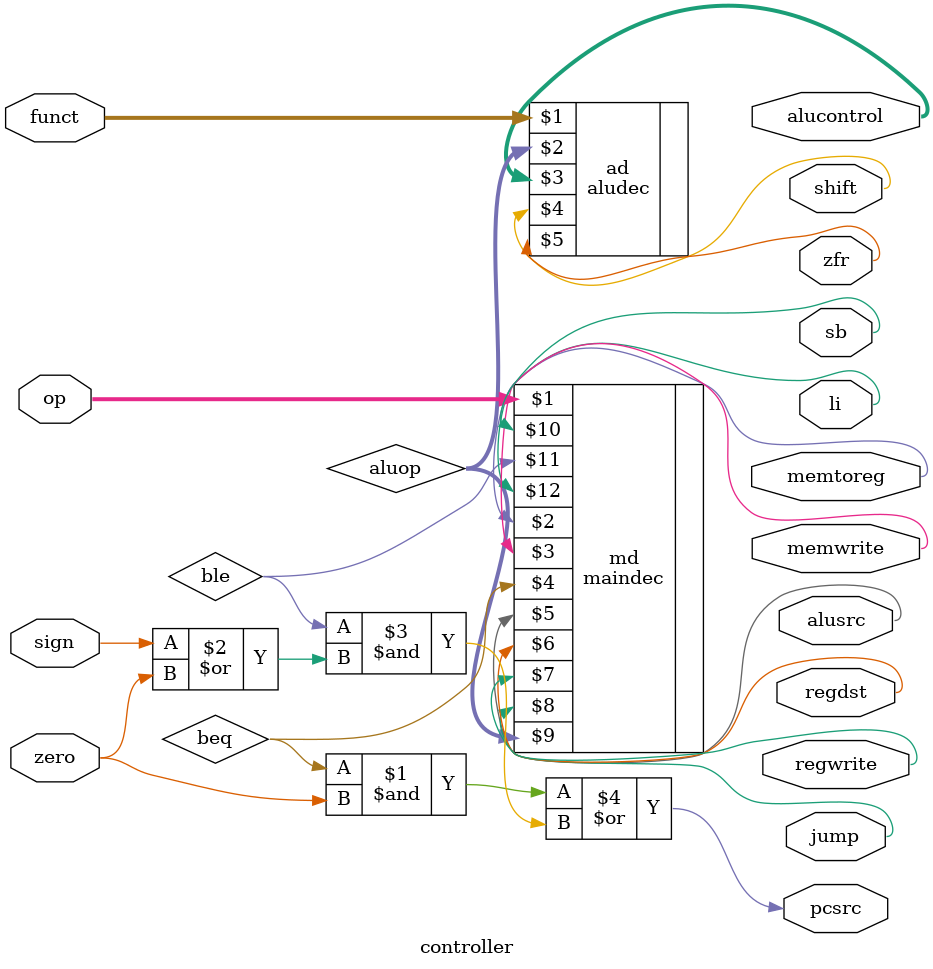
<source format=sv>
`timescale 1ns / 1ps
module controller(input  logic [5:0] op, funct,
                  input  logic       zero,
                  output logic       memtoreg, memwrite,
                  output logic       pcsrc, alusrc,
                  output logic       regdst, regwrite,
                  output logic       jump,
                  output logic [2:0] alucontrol,
                  output logic       shift, // added
                  output logic       sb,    // added
                  input  logic       sign,  // added
                  output logic       li,    // added
                  output logic       zfr    // added
                  );

  logic [1:0] aluop;
  logic       beq; // changed branch to beq
  logic       ble; // added

  maindec md(op, memtoreg, memwrite, beq, // added sb, ble signals (replace branch signal with beq)
             alusrc, regdst, regwrite, jump, aluop,
             sb, ble, li);

  aludec  ad(funct, aluop, alucontrol, shift, zfr);  // added shift and zfr signals

  //assign pcsrc = branch & zero;
  assign pcsrc = (beq & zero) | (ble & (sign | zero));
endmodule
</source>
